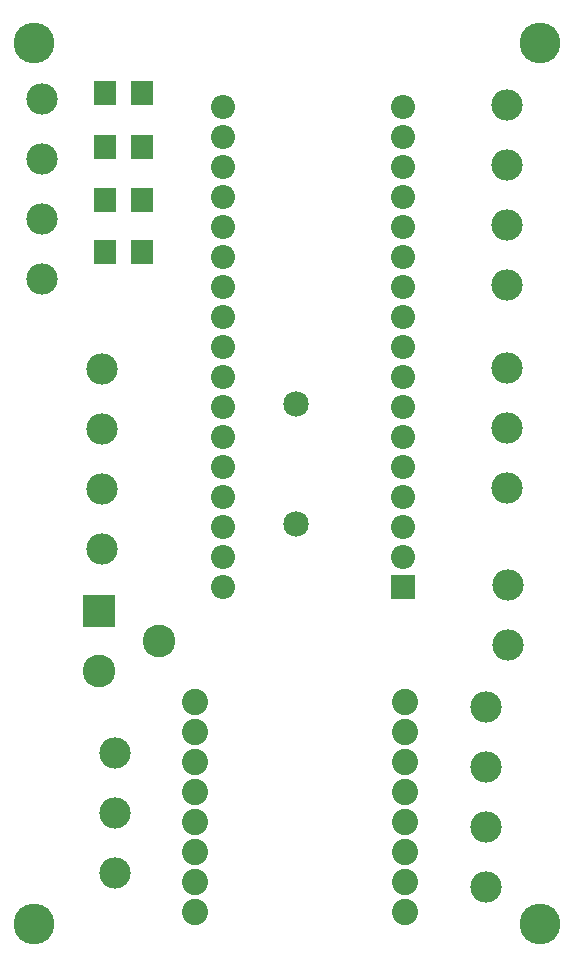
<source format=gts>
G04 MADE WITH FRITZING*
G04 WWW.FRITZING.ORG*
G04 DOUBLE SIDED*
G04 HOLES PLATED*
G04 CONTOUR ON CENTER OF CONTOUR VECTOR*
%ASAXBY*%
%FSLAX23Y23*%
%MOIN*%
%OFA0B0*%
%SFA1.0B1.0*%
%ADD10C,0.104488*%
%ADD11C,0.085000*%
%ADD12C,0.135984*%
%ADD13C,0.087701*%
%ADD14C,0.080555*%
%ADD15C,0.080583*%
%ADD16C,0.109000*%
%ADD17R,0.080570X0.080542*%
%ADD18R,0.109000X0.109000*%
%ADD19R,0.072992X0.084803*%
%LNMASK1*%
G90*
G70*
G54D10*
X381Y690D03*
X381Y490D03*
X381Y290D03*
X337Y1969D03*
X337Y1769D03*
X337Y1569D03*
X337Y1369D03*
X1686Y2850D03*
X1686Y2650D03*
X1686Y2450D03*
X1686Y2250D03*
X137Y2870D03*
X137Y2670D03*
X137Y2470D03*
X137Y2270D03*
G54D11*
X983Y1854D03*
X983Y1454D03*
G54D12*
X1796Y122D03*
X1796Y3057D03*
X110Y3057D03*
X110Y122D03*
G54D13*
X648Y861D03*
X648Y761D03*
X648Y661D03*
X648Y562D03*
X648Y462D03*
X648Y362D03*
X648Y262D03*
X648Y162D03*
X1347Y861D03*
X1347Y761D03*
X1347Y661D03*
X1347Y562D03*
X1347Y462D03*
X1347Y362D03*
X1347Y262D03*
X1347Y162D03*
G54D14*
X1341Y1245D03*
X1341Y1345D03*
X1341Y1445D03*
X1341Y1545D03*
X1341Y1645D03*
X1341Y1745D03*
X1341Y1845D03*
X1341Y1945D03*
X1341Y2045D03*
G54D15*
X1341Y2145D03*
X1341Y2245D03*
X1341Y2345D03*
G54D14*
X1341Y2445D03*
X1341Y2545D03*
G54D15*
X1341Y2645D03*
X1341Y2745D03*
X1341Y2845D03*
G54D14*
X741Y1245D03*
X741Y1345D03*
X741Y1445D03*
X741Y1545D03*
X741Y1645D03*
X741Y1745D03*
X741Y2045D03*
G54D15*
X741Y2145D03*
G54D14*
X741Y1945D03*
X741Y1845D03*
G54D15*
X741Y2245D03*
X741Y2345D03*
G54D14*
X741Y2445D03*
X741Y2545D03*
G54D15*
X741Y2645D03*
X741Y2745D03*
X741Y2845D03*
G54D16*
X326Y965D03*
X326Y1165D03*
X526Y1065D03*
G54D10*
X1617Y843D03*
X1617Y643D03*
X1617Y443D03*
X1617Y243D03*
X1687Y1973D03*
X1687Y1773D03*
X1687Y1573D03*
X1690Y1252D03*
X1690Y1052D03*
G54D17*
X1341Y1245D03*
G54D18*
X326Y1165D03*
G54D19*
X348Y2889D03*
X470Y2889D03*
X348Y2361D03*
X470Y2361D03*
X348Y2709D03*
X470Y2709D03*
X348Y2534D03*
X470Y2534D03*
G04 End of Mask1*
M02*
</source>
